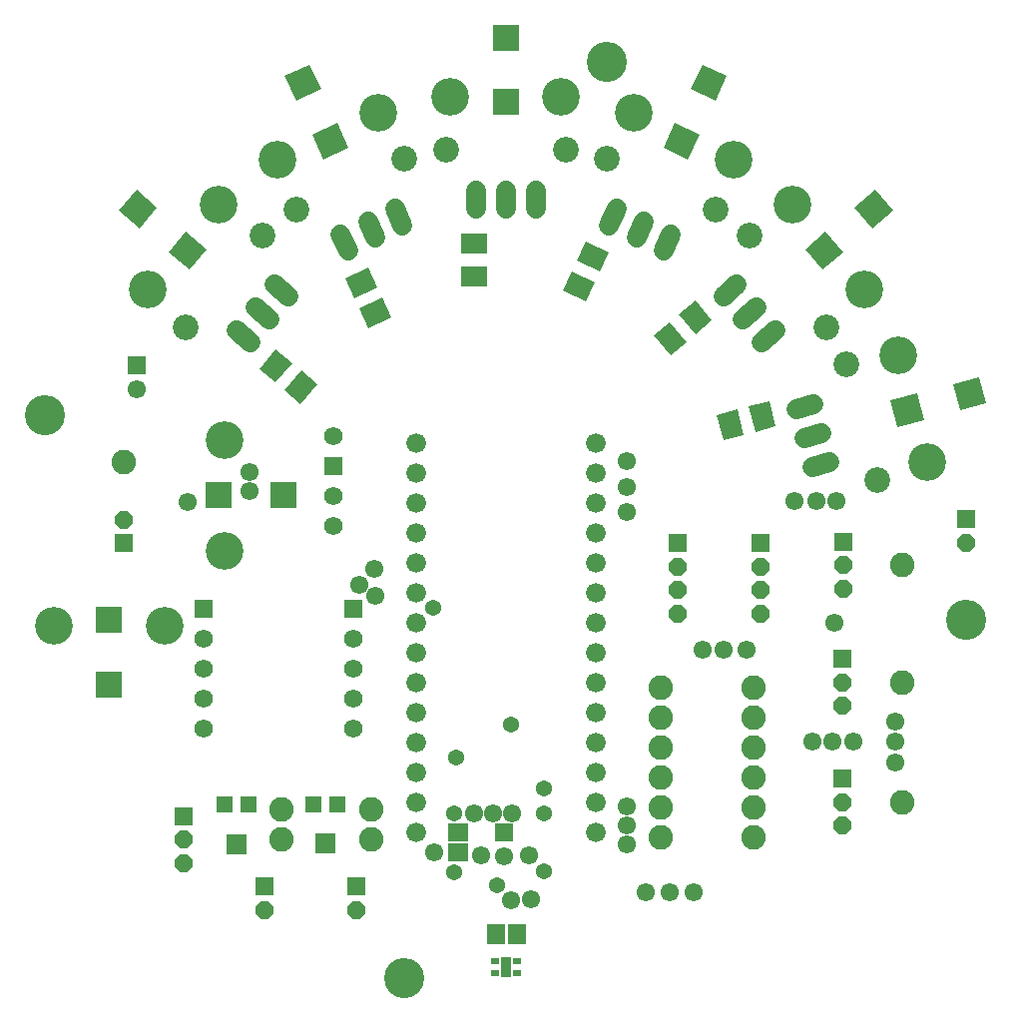
<source format=gbr>
G04 EAGLE Gerber RS-274X export*
G75*
%MOMM*%
%FSLAX34Y34*%
%LPD*%
%INSoldermask Top*%
%IPPOS*%
%AMOC8*
5,1,8,0,0,1.08239X$1,22.5*%
G01*
%ADD10C,3.403200*%
%ADD11R,1.524000X1.524000*%
%ADD12P,1.649562X8X22.500000*%
%ADD13R,2.303200X2.303200*%
%ADD14C,3.203200*%
%ADD15C,2.184400*%
%ADD16C,1.727200*%
%ADD17R,1.803200X2.203200*%
%ADD18R,2.203200X1.803200*%
%ADD19R,1.703200X1.803200*%
%ADD20R,1.403200X1.403200*%
%ADD21R,2.303200X2.303200*%
%ADD22P,1.649562X8X202.500000*%
%ADD23R,0.753200X0.553200*%
%ADD24R,0.903200X1.803200*%
%ADD25R,1.561200X1.561200*%
%ADD26C,1.561200*%
%ADD27C,2.082800*%
%ADD28C,1.676400*%
%ADD29R,1.503200X1.703200*%
%ADD30R,1.553200X1.553200*%
%ADD31C,1.553200*%
%ADD32R,1.703200X1.503200*%
%ADD33C,1.371600*%


D10*
X-391443Y86959D03*
X-86327Y-390060D03*
X390543Y-86330D03*
X85601Y386806D03*
D11*
X286260Y-20162D03*
D12*
X286260Y-40162D03*
X286260Y-60162D03*
D11*
X-204470Y-312580D03*
D12*
X-204470Y-332580D03*
D11*
X215900Y-21286D03*
D12*
X215900Y-41286D03*
X215900Y-61286D03*
X215900Y-81286D03*
D11*
X146050Y-21286D03*
D12*
X146050Y-41286D03*
X146050Y-61286D03*
X146050Y-81286D03*
D13*
X-188400Y19050D03*
X-243400Y19050D03*
D14*
X-238800Y-27950D03*
X-238800Y66050D03*
D15*
X315000Y31812D03*
X288704Y129950D03*
D16*
X261200Y96284D02*
X246479Y92340D01*
X253053Y67805D02*
X267774Y71750D01*
X274348Y47215D02*
X259627Y43271D01*
D17*
G36*
X202016Y70483D02*
X184600Y65816D01*
X178898Y87097D01*
X196314Y91764D01*
X202016Y70483D01*
G37*
G36*
X229062Y77730D02*
X211646Y73063D01*
X205944Y94344D01*
X223360Y99011D01*
X229062Y77730D01*
G37*
D15*
X272042Y161956D03*
X206735Y239786D03*
D16*
X196036Y197651D02*
X184362Y187855D01*
X200688Y168398D02*
X212363Y178194D01*
X228690Y158736D02*
X217015Y148940D01*
D17*
G36*
X153302Y149256D02*
X139489Y137665D01*
X125328Y154542D01*
X139141Y166133D01*
X153302Y149256D01*
G37*
G36*
X174751Y167254D02*
X160938Y155663D01*
X146777Y172540D01*
X160590Y184131D01*
X174751Y167254D01*
G37*
D15*
X178109Y261752D03*
X86028Y304690D03*
D16*
X94138Y261981D02*
X87697Y248169D01*
X110718Y237435D02*
X117158Y251247D01*
X140178Y240512D02*
X133738Y226700D01*
D17*
G36*
X75861Y200059D02*
X68240Y183718D01*
X48273Y193029D01*
X55894Y209370D01*
X75861Y200059D01*
G37*
G36*
X87694Y225436D02*
X80073Y209095D01*
X60106Y218406D01*
X67727Y234747D01*
X87694Y225436D01*
G37*
D15*
X50800Y312500D03*
X-50800Y312500D03*
D16*
X-25400Y277220D02*
X-25400Y261980D01*
X0Y261980D02*
X0Y277220D01*
X25400Y277220D02*
X25400Y261980D01*
D18*
X-26811Y204360D03*
X-26811Y232360D03*
D11*
X-127254Y-312580D03*
D12*
X-127254Y-332580D03*
D19*
X-228600Y-276620D03*
D20*
X-218600Y-243370D03*
X-238600Y-243370D03*
D21*
G36*
X401758Y119573D02*
X407719Y97326D01*
X385472Y91365D01*
X379511Y113612D01*
X401758Y119573D01*
G37*
G36*
X348632Y105338D02*
X354593Y83091D01*
X332346Y77130D01*
X326385Y99377D01*
X348632Y105338D01*
G37*
D14*
X332768Y137823D03*
X357097Y47026D03*
D21*
G36*
X313582Y278160D02*
X328387Y260517D01*
X310744Y245712D01*
X295939Y263355D01*
X313582Y278160D01*
G37*
G36*
X271450Y242807D02*
X286255Y225164D01*
X268612Y210359D01*
X253807Y228002D01*
X271450Y242807D01*
G37*
D14*
X243343Y265544D03*
X303765Y193535D03*
D21*
G36*
X166647Y384623D02*
X187520Y374890D01*
X177787Y354017D01*
X156914Y363750D01*
X166647Y384623D01*
G37*
G36*
X143403Y334777D02*
X164276Y325044D01*
X154543Y304171D01*
X133670Y313904D01*
X143403Y334777D01*
G37*
D14*
X108321Y343506D03*
X193513Y303779D03*
D13*
X0Y407500D03*
X0Y352500D03*
D14*
X-47000Y357100D03*
X47000Y357100D03*
D11*
X-273050Y-253050D03*
D12*
X-273050Y-273050D03*
X-273050Y-293050D03*
D19*
X-153035Y-276303D03*
D20*
X-143035Y-243053D03*
X-163035Y-243053D03*
D11*
X-324358Y-21684D03*
D22*
X-324358Y-1684D03*
D13*
X-336550Y-141800D03*
X-336550Y-86800D03*
D14*
X-289550Y-91400D03*
X-383550Y-91400D03*
D23*
X9250Y-376000D03*
X9250Y-386000D03*
X-9250Y-386000D03*
X-9250Y-376000D03*
D24*
X0Y-381000D03*
D25*
X-146304Y44196D03*
D26*
X-146304Y69596D03*
X-146304Y18796D03*
X-146304Y-6604D03*
D27*
X-114300Y-247650D03*
X-190500Y-247650D03*
X-114300Y-273050D03*
X-190500Y-273050D03*
D25*
X-129794Y-76962D03*
X-256794Y-76962D03*
D26*
X-129794Y-102362D03*
X-129794Y-127762D03*
X-129794Y-153162D03*
X-129794Y-178562D03*
X-256794Y-178562D03*
X-256794Y-153162D03*
X-256794Y-127762D03*
X-256794Y-102362D03*
D27*
X131509Y-144272D03*
X131509Y-169672D03*
X131509Y-195072D03*
X131509Y-220472D03*
X131509Y-245872D03*
X131509Y-271272D03*
X209677Y-143891D03*
X209677Y-169291D03*
X209677Y-194691D03*
X209677Y-220091D03*
X209677Y-245491D03*
X209677Y-270891D03*
D15*
X-86028Y304690D03*
X-178109Y261752D03*
D16*
X-140178Y240512D02*
X-133738Y226700D01*
X-110718Y237435D02*
X-117158Y251247D01*
X-94138Y261981D02*
X-87697Y248169D01*
D17*
G36*
X-104493Y186708D02*
X-96872Y170367D01*
X-116839Y161056D01*
X-124460Y177397D01*
X-104493Y186708D01*
G37*
G36*
X-116326Y212085D02*
X-108705Y195744D01*
X-128672Y186433D01*
X-136293Y202774D01*
X-116326Y212085D01*
G37*
D21*
G36*
X-187520Y374890D02*
X-166647Y384623D01*
X-156914Y363750D01*
X-177787Y354017D01*
X-187520Y374890D01*
G37*
G36*
X-164276Y325044D02*
X-143403Y334777D01*
X-133670Y313904D01*
X-154543Y304171D01*
X-164276Y325044D01*
G37*
D14*
X-193513Y303779D03*
X-108321Y343506D03*
D15*
X-206735Y239786D03*
X-272042Y161956D03*
D16*
X-228690Y158736D02*
X-217015Y148940D01*
X-200688Y168398D02*
X-212363Y178194D01*
X-196036Y197651D02*
X-184362Y187855D01*
D17*
G36*
X-173609Y125056D02*
X-159796Y113465D01*
X-173957Y96588D01*
X-187770Y108179D01*
X-173609Y125056D01*
G37*
G36*
X-195058Y143054D02*
X-181245Y131463D01*
X-195406Y114586D01*
X-209219Y126177D01*
X-195058Y143054D01*
G37*
D21*
G36*
X-328387Y260517D02*
X-313582Y278160D01*
X-295939Y263355D01*
X-310744Y245712D01*
X-328387Y260517D01*
G37*
G36*
X-286255Y225164D02*
X-271450Y242807D01*
X-253807Y228002D01*
X-268612Y210359D01*
X-286255Y225164D01*
G37*
D14*
X-303765Y193535D03*
X-243343Y265544D03*
D28*
X76200Y-266700D03*
X76200Y-241300D03*
X76200Y-215900D03*
X76200Y-190500D03*
X76200Y-165100D03*
X76200Y-139700D03*
X76200Y-114300D03*
X76200Y-88900D03*
X76200Y-63500D03*
X76200Y-38100D03*
X76200Y-12700D03*
X76200Y12700D03*
X76200Y38100D03*
X76200Y63500D03*
X-76200Y63500D03*
X-76200Y38100D03*
X-76200Y12700D03*
X-76200Y-12700D03*
X-76200Y-38100D03*
X-76200Y-63500D03*
X-76200Y-88900D03*
X-76200Y-114300D03*
X-76200Y-139700D03*
X-76200Y-165100D03*
X-76200Y-190500D03*
X-76200Y-215900D03*
X-76200Y-241300D03*
X-76200Y-266700D03*
D11*
X285750Y-119700D03*
D12*
X285750Y-139700D03*
X285750Y-159700D03*
D11*
X285750Y-221300D03*
D12*
X285750Y-241300D03*
X285750Y-261300D03*
D27*
X336550Y-40132D03*
X336550Y-139700D03*
D11*
X390652Y-1430D03*
D12*
X390652Y-21430D03*
D27*
X336550Y-241300D03*
X-323850Y47498D03*
D29*
X-7992Y-353568D03*
X9008Y-353568D03*
D30*
X-1270Y-266860D03*
D31*
X-1270Y-286860D03*
D32*
X-40894Y-266582D03*
X-40894Y-283582D03*
D30*
X-313436Y129380D03*
D31*
X-313436Y109380D03*
D33*
X-7112Y-311912D03*
D31*
X277368Y-189992D03*
X260096Y-189992D03*
X294640Y-189992D03*
X330200Y-189992D03*
X330200Y-172720D03*
X330200Y-207264D03*
X19304Y-286512D03*
X-21336Y-286512D03*
X-60960Y-283464D03*
X-217424Y38608D03*
X-217424Y22352D03*
X-270256Y13208D03*
X102616Y-277368D03*
X102616Y-261112D03*
X102616Y-244856D03*
X204216Y-111760D03*
X278384Y-89408D03*
X184912Y-111760D03*
X166624Y-111760D03*
X263144Y14224D03*
X280416Y14224D03*
X244856Y14224D03*
X-111760Y-43688D03*
X-123952Y-56896D03*
X-110744Y-66040D03*
X102616Y26416D03*
X102616Y47752D03*
X102616Y5080D03*
X118872Y-318008D03*
X139192Y-318008D03*
X159512Y-318008D03*
X4509Y-324231D03*
X21463Y-323850D03*
X-26988Y-250571D03*
X-10859Y-250571D03*
X5588Y-250635D03*
D33*
X-61976Y-76200D03*
X4572Y-175260D03*
X32512Y-229616D03*
X32512Y-250952D03*
X32512Y-299720D03*
X-42628Y-203625D03*
X-43688Y-250716D03*
X-43688Y-300990D03*
M02*

</source>
